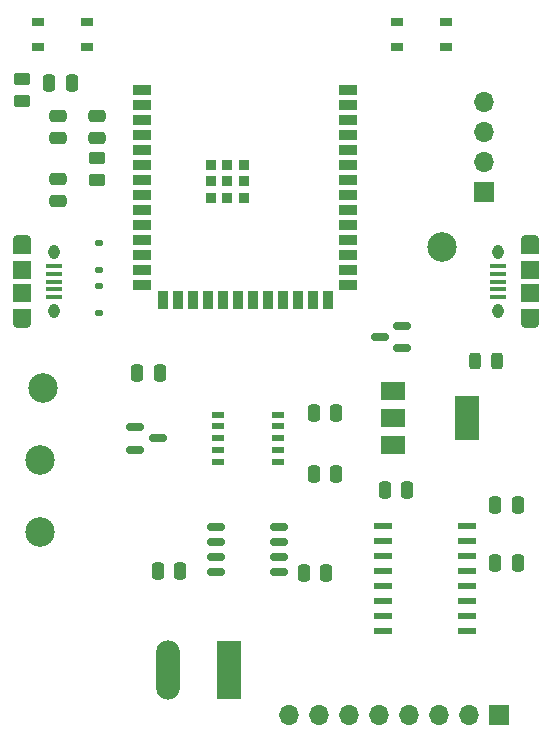
<source format=gbr>
%TF.GenerationSoftware,KiCad,Pcbnew,6.0.9+dfsg-1~bpo11+1*%
%TF.CreationDate,2022-12-22T20:36:38-06:00*%
%TF.ProjectId,CAE32_PCB,43414533-325f-4504-9342-2e6b69636164,rev?*%
%TF.SameCoordinates,Original*%
%TF.FileFunction,Soldermask,Top*%
%TF.FilePolarity,Negative*%
%FSLAX46Y46*%
G04 Gerber Fmt 4.6, Leading zero omitted, Abs format (unit mm)*
G04 Created by KiCad (PCBNEW 6.0.9+dfsg-1~bpo11+1) date 2022-12-22 20:36:38*
%MOMM*%
%LPD*%
G01*
G04 APERTURE LIST*
G04 Aperture macros list*
%AMRoundRect*
0 Rectangle with rounded corners*
0 $1 Rounding radius*
0 $2 $3 $4 $5 $6 $7 $8 $9 X,Y pos of 4 corners*
0 Add a 4 corners polygon primitive as box body*
4,1,4,$2,$3,$4,$5,$6,$7,$8,$9,$2,$3,0*
0 Add four circle primitives for the rounded corners*
1,1,$1+$1,$2,$3*
1,1,$1+$1,$4,$5*
1,1,$1+$1,$6,$7*
1,1,$1+$1,$8,$9*
0 Add four rect primitives between the rounded corners*
20,1,$1+$1,$2,$3,$4,$5,0*
20,1,$1+$1,$4,$5,$6,$7,0*
20,1,$1+$1,$6,$7,$8,$9,0*
20,1,$1+$1,$8,$9,$2,$3,0*%
G04 Aperture macros list end*
%ADD10RoundRect,0.250000X-0.250000X-0.475000X0.250000X-0.475000X0.250000X0.475000X-0.250000X0.475000X0*%
%ADD11RoundRect,0.150000X-0.587500X-0.150000X0.587500X-0.150000X0.587500X0.150000X-0.587500X0.150000X0*%
%ADD12RoundRect,0.250000X-0.475000X0.250000X-0.475000X-0.250000X0.475000X-0.250000X0.475000X0.250000X0*%
%ADD13C,2.500000*%
%ADD14RoundRect,0.125000X-0.175000X0.125000X-0.175000X-0.125000X0.175000X-0.125000X0.175000X0.125000X0*%
%ADD15RoundRect,0.250000X0.250000X0.475000X-0.250000X0.475000X-0.250000X-0.475000X0.250000X-0.475000X0*%
%ADD16RoundRect,0.250000X0.450000X-0.262500X0.450000X0.262500X-0.450000X0.262500X-0.450000X-0.262500X0*%
%ADD17R,1.350000X0.400000*%
%ADD18O,1.550000X0.890000*%
%ADD19R,1.550000X1.500000*%
%ADD20R,1.550000X1.200000*%
%ADD21O,0.950000X1.250000*%
%ADD22R,2.020000X5.020000*%
%ADD23O,2.020000X5.020000*%
%ADD24RoundRect,0.243750X-0.243750X-0.456250X0.243750X-0.456250X0.243750X0.456250X-0.243750X0.456250X0*%
%ADD25R,1.500000X0.600000*%
%ADD26RoundRect,0.250000X-0.450000X0.262500X-0.450000X-0.262500X0.450000X-0.262500X0.450000X0.262500X0*%
%ADD27R,1.500000X0.900000*%
%ADD28R,0.900000X1.500000*%
%ADD29R,0.900000X0.900000*%
%ADD30RoundRect,0.150000X-0.625000X-0.150000X0.625000X-0.150000X0.625000X0.150000X-0.625000X0.150000X0*%
%ADD31R,2.000000X1.500000*%
%ADD32R,2.000000X3.800000*%
%ADD33R,1.700000X1.700000*%
%ADD34O,1.700000X1.700000*%
%ADD35R,1.100000X0.510000*%
%ADD36RoundRect,0.125000X0.175000X-0.125000X0.175000X0.125000X-0.175000X0.125000X-0.175000X-0.125000X0*%
%ADD37R,1.050000X0.650000*%
%ADD38RoundRect,0.150000X0.587500X0.150000X-0.587500X0.150000X-0.587500X-0.150000X0.587500X-0.150000X0*%
G04 APERTURE END LIST*
D10*
%TO.C,C6*%
X130325000Y-98125000D03*
X132225000Y-98125000D03*
%TD*%
%TO.C,C9*%
X168087000Y-133858000D03*
X169987000Y-133858000D03*
%TD*%
D11*
%TO.C,VR1*%
X137637500Y-127275000D03*
X137637500Y-129175000D03*
X139512500Y-128225000D03*
%TD*%
D12*
%TO.C,C3*%
X131064000Y-100904000D03*
X131064000Y-102804000D03*
%TD*%
D10*
%TO.C,C1*%
X158750000Y-132588000D03*
X160650000Y-132588000D03*
%TD*%
D13*
%TO.C,TP?-3v3*%
X129540000Y-136144000D03*
%TD*%
D14*
%TO.C,D1*%
X134550000Y-111650000D03*
X134550000Y-113950000D03*
%TD*%
D15*
%TO.C,C13*%
X153775000Y-139625000D03*
X151875000Y-139625000D03*
%TD*%
D16*
%TO.C,R2*%
X128016000Y-99615000D03*
X128016000Y-97790000D03*
%TD*%
D17*
%TO.C,J4*%
X168349000Y-116250000D03*
X168349000Y-115600000D03*
X168349000Y-114950000D03*
X168349000Y-114300000D03*
X168349000Y-113650000D03*
D18*
X171049000Y-111450000D03*
D19*
X171049000Y-115950000D03*
D20*
X171049000Y-117850000D03*
X171049000Y-112050000D03*
D19*
X171049000Y-113950000D03*
D21*
X168349000Y-117450000D03*
X168349000Y-112450000D03*
D18*
X171049000Y-118450000D03*
%TD*%
D12*
%TO.C,C4*%
X134366000Y-100904000D03*
X134366000Y-102804000D03*
%TD*%
D22*
%TO.C,J5*%
X145536000Y-147828000D03*
D23*
X140356000Y-147828000D03*
%TD*%
D24*
%TO.C,C2*%
X166370000Y-121666000D03*
X168245000Y-121666000D03*
%TD*%
D25*
%TO.C,U2*%
X158629000Y-135636000D03*
X158629000Y-136906000D03*
X158629000Y-138176000D03*
X158629000Y-139446000D03*
X158629000Y-140716000D03*
X158629000Y-141986000D03*
X158629000Y-143256000D03*
X158629000Y-144526000D03*
X165729000Y-144526000D03*
X165729000Y-143256000D03*
X165729000Y-141986000D03*
X165729000Y-140716000D03*
X165729000Y-139446000D03*
X165729000Y-138176000D03*
X165729000Y-136906000D03*
X165729000Y-135636000D03*
%TD*%
D12*
%TO.C,C5*%
X131064000Y-106238000D03*
X131064000Y-108138000D03*
%TD*%
D26*
%TO.C,R1*%
X134366000Y-104497500D03*
X134366000Y-106322500D03*
%TD*%
D13*
%TO.C,TP+5v1*%
X163576000Y-112014000D03*
%TD*%
D10*
%TO.C,C10*%
X168087000Y-138811000D03*
X169987000Y-138811000D03*
%TD*%
D17*
%TO.C,J1*%
X130760000Y-113650000D03*
X130760000Y-114300000D03*
X130760000Y-114950000D03*
X130760000Y-115600000D03*
X130760000Y-116250000D03*
D18*
X128060000Y-118450000D03*
X128060000Y-111450000D03*
D20*
X128060000Y-112050000D03*
X128060000Y-117850000D03*
D21*
X130760000Y-112450000D03*
D19*
X128060000Y-115950000D03*
D21*
X130760000Y-117450000D03*
D19*
X128060000Y-113950000D03*
%TD*%
D27*
%TO.C,U1*%
X138175000Y-98740000D03*
X138175000Y-100010000D03*
X138175000Y-101280000D03*
X138175000Y-102550000D03*
X138175000Y-103820000D03*
X138175000Y-105090000D03*
X138175000Y-106360000D03*
X138175000Y-107630000D03*
X138175000Y-108900000D03*
X138175000Y-110170000D03*
X138175000Y-111440000D03*
X138175000Y-112710000D03*
X138175000Y-113980000D03*
X138175000Y-115250000D03*
D28*
X139940000Y-116500000D03*
X141210000Y-116500000D03*
X142480000Y-116500000D03*
X143750000Y-116500000D03*
X145020000Y-116500000D03*
X146290000Y-116500000D03*
X147560000Y-116500000D03*
X148830000Y-116500000D03*
X150100000Y-116500000D03*
X151370000Y-116500000D03*
X152640000Y-116500000D03*
X153910000Y-116500000D03*
D27*
X155675000Y-115250000D03*
X155675000Y-113980000D03*
X155675000Y-112710000D03*
X155675000Y-111440000D03*
X155675000Y-110170000D03*
X155675000Y-108900000D03*
X155675000Y-107630000D03*
X155675000Y-106360000D03*
X155675000Y-105090000D03*
X155675000Y-103820000D03*
X155675000Y-102550000D03*
X155675000Y-101280000D03*
X155675000Y-100010000D03*
X155675000Y-98740000D03*
D29*
X145425000Y-105060000D03*
X144025000Y-106460000D03*
X145425000Y-107860000D03*
X146825000Y-105060000D03*
X144025000Y-107860000D03*
X145425000Y-106460000D03*
X146825000Y-106460000D03*
X146825000Y-107860000D03*
X144025000Y-105060000D03*
%TD*%
D30*
%TO.C,U5*%
X144424800Y-135713400D03*
X144424800Y-136983400D03*
X144424800Y-138253400D03*
X144424800Y-139523400D03*
X149774800Y-139523400D03*
X149774800Y-138253400D03*
X149774800Y-136983400D03*
X149774800Y-135713400D03*
%TD*%
D10*
%TO.C,C11*%
X137800000Y-122650000D03*
X139700000Y-122650000D03*
%TD*%
%TO.C,C7*%
X152738000Y-126041000D03*
X154638000Y-126041000D03*
%TD*%
D31*
%TO.C,U4*%
X159425000Y-124175000D03*
D32*
X165725000Y-126475000D03*
D31*
X159425000Y-126475000D03*
X159425000Y-128775000D03*
%TD*%
D10*
%TO.C,C8*%
X152738000Y-131248000D03*
X154638000Y-131248000D03*
%TD*%
D33*
%TO.C,J3*%
X168387000Y-151663000D03*
D34*
X165847000Y-151663000D03*
X163307000Y-151663000D03*
X160767000Y-151663000D03*
X158227000Y-151663000D03*
X155687000Y-151663000D03*
X153147000Y-151663000D03*
X150607000Y-151663000D03*
%TD*%
D35*
%TO.C,U3*%
X144600000Y-126200000D03*
X144600000Y-127200000D03*
X144600000Y-128200000D03*
X144600000Y-129200000D03*
X144600000Y-130200000D03*
X149700000Y-130200000D03*
X149700000Y-129200000D03*
X149700000Y-128200000D03*
X149700000Y-127200000D03*
X149700000Y-126200000D03*
%TD*%
D36*
%TO.C,D2*%
X134550000Y-117600000D03*
X134550000Y-115300000D03*
%TD*%
D37*
%TO.C,SW2*%
X159775000Y-92950000D03*
X163925000Y-92950000D03*
X163925000Y-95100000D03*
X159775000Y-95100000D03*
%TD*%
D38*
%TO.C,D3*%
X160195500Y-120584000D03*
X160195500Y-118684000D03*
X158320500Y-119634000D03*
%TD*%
D33*
%TO.C,J2*%
X167150000Y-107375000D03*
D34*
X167150000Y-104835000D03*
X167150000Y-102295000D03*
X167150000Y-99755000D03*
%TD*%
D10*
%TO.C,C12*%
X139545800Y-139472600D03*
X141445800Y-139472600D03*
%TD*%
D37*
%TO.C,SW1*%
X129425000Y-92950000D03*
X133575000Y-92950000D03*
X129425000Y-95100000D03*
X133575000Y-95100000D03*
%TD*%
D13*
%TO.C,GND1*%
X129540000Y-130048000D03*
%TD*%
%TO.C,TP+3v3*%
X129794000Y-123952000D03*
%TD*%
M02*

</source>
